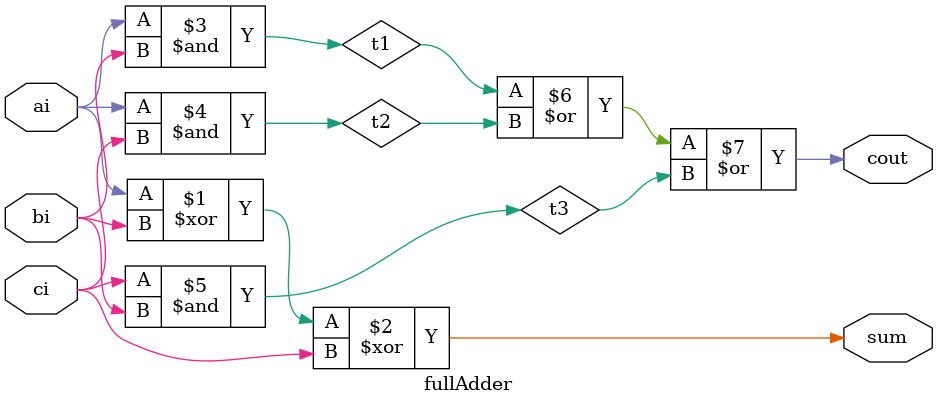
<source format=v>
module fullAdder(
  ai,
  bi,
  ci,
  sum,
  cout
);
  // Structural model of the full adder
  input ai,bi,ci;
  output sum,cout;
  wire t1,t2,t3;
  xor(sum,ai,bi,ci);
  and(t1,ai,bi);
  and(t2,ai,ci);
  and(t3,ci,bi);
  or(cout,t1,t2,t3);
  
endmodule
</source>
